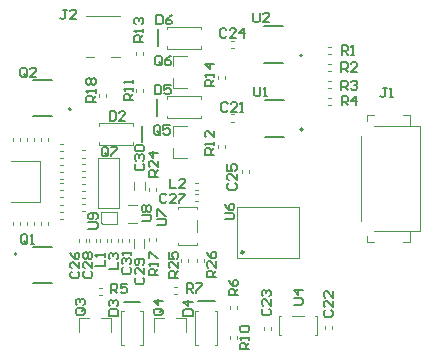
<source format=gto>
G04*
G04 #@! TF.GenerationSoftware,Altium Limited,Altium Designer,21.6.4 (81)*
G04*
G04 Layer_Color=65535*
%FSLAX25Y25*%
%MOIN*%
G70*
G04*
G04 #@! TF.SameCoordinates,C1900F0A-900D-499D-9597-BB550FD85569*
G04*
G04*
G04 #@! TF.FilePolarity,Positive*
G04*
G01*
G75*
%ADD10C,0.00984*%
%ADD11C,0.00787*%
%ADD12C,0.00394*%
%ADD13C,0.00500*%
D10*
X78741Y35438D02*
G03*
X78741Y35438I-394J0D01*
G01*
D11*
X98229Y101088D02*
G03*
X98229Y101088I-394J0D01*
G01*
X98426Y76383D02*
G03*
X98426Y76383I-394J0D01*
G01*
X21162Y83174D02*
G03*
X21162Y83174I-394J0D01*
G01*
X3151Y34946D02*
G03*
X3151Y34946I-394J0D01*
G01*
X50099Y104237D02*
Y109749D01*
X50001Y81009D02*
Y86521D01*
X63584Y19099D02*
X69095D01*
X38731Y18952D02*
X44243D01*
X44981Y72151D02*
Y77662D01*
X33531Y67952D02*
Y70051D01*
X33007Y70575D01*
X31957D01*
X31432Y70051D01*
Y67952D01*
X31957Y67427D01*
X33007D01*
X32482Y68476D02*
X33531Y67427D01*
X33007D02*
X33531Y67952D01*
X34581Y70575D02*
X36680D01*
Y70051D01*
X34581Y67952D01*
Y67427D01*
X111386Y101383D02*
Y104532D01*
X112961D01*
X113485Y104007D01*
Y102958D01*
X112961Y102433D01*
X111386D01*
X112436D02*
X113485Y101383D01*
X114535D02*
X115584D01*
X115059D01*
Y104532D01*
X114535Y104007D01*
X111354Y89572D02*
Y92721D01*
X112928D01*
X113453Y92196D01*
Y91147D01*
X112928Y90622D01*
X111354D01*
X112403D02*
X113453Y89572D01*
X114502Y92196D02*
X115027Y92721D01*
X116076D01*
X116601Y92196D01*
Y91672D01*
X116076Y91147D01*
X115552D01*
X116076D01*
X116601Y90622D01*
Y90097D01*
X116076Y89572D01*
X115027D01*
X114502Y90097D01*
X111354Y95576D02*
Y98725D01*
X112928D01*
X113453Y98200D01*
Y97151D01*
X112928Y96626D01*
X111354D01*
X112403D02*
X113453Y95576D01*
X116601D02*
X114502D01*
X116601Y97675D01*
Y98200D01*
X116076Y98725D01*
X115027D01*
X114502Y98200D01*
X111452Y84454D02*
Y87603D01*
X113026D01*
X113551Y87078D01*
Y86029D01*
X113026Y85504D01*
X111452D01*
X112502D02*
X113551Y84454D01*
X116175D02*
Y87603D01*
X114601Y86029D01*
X116700D01*
X19752Y116343D02*
X18702D01*
X19227D01*
Y113719D01*
X18702Y113194D01*
X18178D01*
X17653Y113719D01*
X22900Y113194D02*
X20801D01*
X22900Y115294D01*
Y115818D01*
X22376Y116343D01*
X21326D01*
X20801Y115818D01*
X26998Y43299D02*
X29622D01*
X30147Y43824D01*
Y44873D01*
X29622Y45398D01*
X26998D01*
X29622Y46448D02*
X30147Y46972D01*
Y48022D01*
X29622Y48547D01*
X27523D01*
X26998Y48022D01*
Y46972D01*
X27523Y46448D01*
X28047D01*
X28572Y46972D01*
Y48547D01*
X44785Y45905D02*
X47409D01*
X47934Y46429D01*
Y47479D01*
X47409Y48004D01*
X44785D01*
X45310Y49053D02*
X44785Y49578D01*
Y50628D01*
X45310Y51152D01*
X45834D01*
X46359Y50628D01*
X46884Y51152D01*
X47409D01*
X47934Y50628D01*
Y49578D01*
X47409Y49053D01*
X46884D01*
X46359Y49578D01*
X45834Y49053D01*
X45310D01*
X46359Y49578D02*
Y50628D01*
X49805Y44527D02*
X52428D01*
X52953Y45052D01*
Y46101D01*
X52428Y46626D01*
X49805D01*
Y47675D02*
Y49774D01*
X50329D01*
X52428Y47675D01*
X52953D01*
X72442Y46397D02*
X75066D01*
X75591Y46922D01*
Y47971D01*
X75066Y48496D01*
X72442D01*
Y51644D02*
X72967Y50595D01*
X74017Y49545D01*
X75066D01*
X75591Y50070D01*
Y51120D01*
X75066Y51644D01*
X74541D01*
X74017Y51120D01*
Y49545D01*
X82023Y115260D02*
Y112636D01*
X82548Y112112D01*
X83597D01*
X84122Y112636D01*
Y115260D01*
X87270Y112112D02*
X85171D01*
X87270Y114211D01*
Y114736D01*
X86746Y115260D01*
X85696D01*
X85171Y114736D01*
X95376Y18050D02*
X97999D01*
X98524Y18575D01*
Y19625D01*
X97999Y20150D01*
X95376D01*
X98524Y22773D02*
X95376D01*
X96950Y21199D01*
Y23298D01*
X82252Y90556D02*
Y87932D01*
X82777Y87407D01*
X83827D01*
X84351Y87932D01*
Y90556D01*
X85401Y87407D02*
X86450D01*
X85926D01*
Y90556D01*
X85401Y90031D01*
X69587Y27204D02*
X66439D01*
Y28779D01*
X66963Y29304D01*
X68013D01*
X68537Y28779D01*
Y27204D01*
Y28254D02*
X69587Y29304D01*
Y32452D02*
Y30353D01*
X67488Y32452D01*
X66963D01*
X66439Y31927D01*
Y30878D01*
X66963Y30353D01*
X66439Y35601D02*
X66963Y34551D01*
X68013Y33502D01*
X69062D01*
X69587Y34026D01*
Y35076D01*
X69062Y35601D01*
X68537D01*
X68013Y35076D01*
Y33502D01*
X56989Y27008D02*
X53840D01*
Y28582D01*
X54365Y29107D01*
X55414D01*
X55939Y28582D01*
Y27008D01*
Y28057D02*
X56989Y29107D01*
Y32255D02*
Y30156D01*
X54890Y32255D01*
X54365D01*
X53840Y31730D01*
Y30681D01*
X54365Y30156D01*
X53840Y35404D02*
Y33305D01*
X55414D01*
X54890Y34354D01*
Y34879D01*
X55414Y35404D01*
X56464D01*
X56989Y34879D01*
Y33830D01*
X56464Y33305D01*
X50197Y60669D02*
X47049D01*
Y62243D01*
X47574Y62768D01*
X48623D01*
X49148Y62243D01*
Y60669D01*
Y61719D02*
X50197Y62768D01*
Y65917D02*
Y63818D01*
X48098Y65917D01*
X47574D01*
X47049Y65392D01*
Y64342D01*
X47574Y63818D01*
X50197Y68541D02*
X47049D01*
X48623Y66966D01*
Y69065D01*
X29430Y85538D02*
X26281D01*
Y87112D01*
X26806Y87637D01*
X27855D01*
X28380Y87112D01*
Y85538D01*
Y86587D02*
X29430Y87637D01*
Y88686D02*
Y89736D01*
Y89211D01*
X26281D01*
X26806Y88686D01*
Y91310D02*
X26281Y91835D01*
Y92884D01*
X26806Y93409D01*
X27330D01*
X27855Y92884D01*
X28380Y93409D01*
X28905D01*
X29430Y92884D01*
Y91835D01*
X28905Y91310D01*
X28380D01*
X27855Y91835D01*
X27330Y91310D01*
X26806D01*
X27855Y91835D02*
Y92884D01*
X50296Y27762D02*
X47147D01*
Y29336D01*
X47672Y29861D01*
X48721D01*
X49246Y29336D01*
Y27762D01*
Y28812D02*
X50296Y29861D01*
Y30911D02*
Y31960D01*
Y31435D01*
X47147D01*
X47672Y30911D01*
X47147Y33535D02*
Y35634D01*
X47672D01*
X49771Y33535D01*
X50296D01*
X68997Y90754D02*
X65848D01*
Y92329D01*
X66373Y92853D01*
X67422D01*
X67947Y92329D01*
Y90754D01*
Y91804D02*
X68997Y92853D01*
Y93903D02*
Y94952D01*
Y94428D01*
X65848D01*
X66373Y93903D01*
X68997Y98101D02*
X65848D01*
X67422Y96527D01*
Y98626D01*
X45375Y105715D02*
X42226D01*
Y107289D01*
X42751Y107814D01*
X43800D01*
X44325Y107289D01*
Y105715D01*
Y106764D02*
X45375Y107814D01*
Y108863D02*
Y109913D01*
Y109388D01*
X42226D01*
X42751Y108863D01*
Y111487D02*
X42226Y112012D01*
Y113062D01*
X42751Y113586D01*
X43275D01*
X43800Y113062D01*
Y112537D01*
Y113062D01*
X44325Y113586D01*
X44850D01*
X45375Y113062D01*
Y112012D01*
X44850Y111487D01*
X68898Y68018D02*
X65750D01*
Y69592D01*
X66274Y70117D01*
X67324D01*
X67849Y69592D01*
Y68018D01*
Y69068D02*
X68898Y70117D01*
Y71167D02*
Y72216D01*
Y71691D01*
X65750D01*
X66274Y71167D01*
X68898Y75889D02*
Y73790D01*
X66799Y75889D01*
X66274D01*
X65750Y75365D01*
Y74315D01*
X66274Y73790D01*
X41930Y86063D02*
X38781D01*
Y87637D01*
X39306Y88161D01*
X40355D01*
X40880Y87637D01*
Y86063D01*
Y87112D02*
X41930Y88161D01*
Y89211D02*
Y90261D01*
Y89736D01*
X38781D01*
X39306Y89211D01*
X41930Y91835D02*
Y92884D01*
Y92360D01*
X38781D01*
X39306Y91835D01*
X80592Y3137D02*
X77443D01*
Y4711D01*
X77968Y5236D01*
X79018D01*
X79542Y4711D01*
Y3137D01*
Y4186D02*
X80592Y5236D01*
Y6285D02*
Y7335D01*
Y6810D01*
X77443D01*
X77968Y6285D01*
Y8909D02*
X77443Y9434D01*
Y10484D01*
X77968Y11008D01*
X80067D01*
X80592Y10484D01*
Y9434D01*
X80067Y8909D01*
X77968D01*
X59779Y22053D02*
Y25201D01*
X61353D01*
X61878Y24677D01*
Y23627D01*
X61353Y23102D01*
X59779D01*
X60828D02*
X61878Y22053D01*
X62927Y25201D02*
X65026D01*
Y24677D01*
X62927Y22578D01*
Y22053D01*
X76871Y21102D02*
X73722D01*
Y22676D01*
X74247Y23201D01*
X75296D01*
X75821Y22676D01*
Y21102D01*
Y22151D02*
X76871Y23201D01*
X73722Y26349D02*
X74247Y25300D01*
X75296Y24250D01*
X76346D01*
X76871Y24775D01*
Y25824D01*
X76346Y26349D01*
X75821D01*
X75296Y25824D01*
Y24250D01*
X34582Y21856D02*
Y25004D01*
X36156D01*
X36681Y24480D01*
Y23430D01*
X36156Y22905D01*
X34582D01*
X35631D02*
X36681Y21856D01*
X39829Y25004D02*
X37731D01*
Y23430D01*
X38780Y23955D01*
X39305D01*
X39829Y23430D01*
Y22381D01*
X39305Y21856D01*
X38255D01*
X37731Y22381D01*
X51445Y98365D02*
Y100464D01*
X50920Y100989D01*
X49870D01*
X49346Y100464D01*
Y98365D01*
X49870Y97840D01*
X50920D01*
X50395Y98890D02*
X51445Y97840D01*
X50920D02*
X51445Y98365D01*
X54593Y100989D02*
X53544Y100464D01*
X52494Y99414D01*
Y98365D01*
X53019Y97840D01*
X54068D01*
X54593Y98365D01*
Y98890D01*
X54068Y99414D01*
X52494D01*
X50953Y75235D02*
Y77334D01*
X50428Y77859D01*
X49378D01*
X48853Y77334D01*
Y75235D01*
X49378Y74710D01*
X50428D01*
X49903Y75760D02*
X50953Y74710D01*
X50428D02*
X50953Y75235D01*
X54101Y77859D02*
X52002D01*
Y76284D01*
X53052Y76809D01*
X53576D01*
X54101Y76284D01*
Y75235D01*
X53576Y74710D01*
X52527D01*
X52002Y75235D01*
X51346Y16705D02*
X49247D01*
X48722Y16180D01*
Y15130D01*
X49247Y14605D01*
X51346D01*
X51871Y15130D01*
Y16180D01*
X50821Y15655D02*
X51871Y16705D01*
Y16180D02*
X51346Y16705D01*
X51871Y19328D02*
X48722D01*
X50296Y17754D01*
Y19853D01*
X25361Y16803D02*
X23262D01*
X22738Y16278D01*
Y15229D01*
X23262Y14704D01*
X25361D01*
X25886Y15229D01*
Y16278D01*
X24837Y15754D02*
X25886Y16803D01*
Y16278D02*
X25361Y16803D01*
X23262Y17853D02*
X22738Y18377D01*
Y19427D01*
X23262Y19952D01*
X23787D01*
X24312Y19427D01*
Y18902D01*
Y19427D01*
X24837Y19952D01*
X25361D01*
X25886Y19427D01*
Y18377D01*
X25361Y17853D01*
X6464Y94428D02*
Y96527D01*
X5940Y97052D01*
X4890D01*
X4365Y96527D01*
Y94428D01*
X4890Y93903D01*
X5940D01*
X5415Y94953D02*
X6464Y93903D01*
X5940D02*
X6464Y94428D01*
X9613Y93903D02*
X7514D01*
X9613Y96002D01*
Y96527D01*
X9088Y97052D01*
X8039D01*
X7514Y96527D01*
X6694Y38818D02*
Y40917D01*
X6169Y41441D01*
X5120D01*
X4595Y40917D01*
Y38818D01*
X5120Y38293D01*
X6169D01*
X5644Y39342D02*
X6694Y38293D01*
X6169D02*
X6694Y38818D01*
X7743Y38293D02*
X8793D01*
X8268D01*
Y41441D01*
X7743Y40917D01*
X33761Y29960D02*
X36910D01*
Y32059D01*
X34286Y33108D02*
X33761Y33633D01*
Y34683D01*
X34286Y35208D01*
X34811D01*
X35336Y34683D01*
Y34158D01*
Y34683D01*
X35860Y35208D01*
X36385D01*
X36910Y34683D01*
Y33633D01*
X36385Y33108D01*
X54070Y59945D02*
Y56797D01*
X56169D01*
X59318D02*
X57219D01*
X59318Y58896D01*
Y59421D01*
X58793Y59945D01*
X57743D01*
X57219Y59421D01*
X29332Y30878D02*
X32481D01*
Y32977D01*
Y34027D02*
Y35076D01*
Y34552D01*
X29332D01*
X29857Y34027D01*
X126378Y90255D02*
X125328D01*
X125853D01*
Y87632D01*
X125328Y87107D01*
X124804D01*
X124279Y87632D01*
X127427Y87107D02*
X128477D01*
X127952D01*
Y90255D01*
X127427Y89731D01*
X49641Y114571D02*
Y111423D01*
X51215D01*
X51740Y111948D01*
Y114047D01*
X51215Y114571D01*
X49641D01*
X54889D02*
X53839Y114047D01*
X52789Y112997D01*
Y111948D01*
X53314Y111423D01*
X54364D01*
X54889Y111948D01*
Y112472D01*
X54364Y112997D01*
X52789D01*
X49149Y91245D02*
Y88096D01*
X50723D01*
X51248Y88621D01*
Y90720D01*
X50723Y91245D01*
X49149D01*
X54396D02*
X52297D01*
Y89670D01*
X53347Y90195D01*
X53872D01*
X54396Y89670D01*
Y88621D01*
X53872Y88096D01*
X52822D01*
X52297Y88621D01*
X58565Y14310D02*
X61713D01*
Y15885D01*
X61188Y16409D01*
X59089D01*
X58565Y15885D01*
Y14310D01*
X61713Y19033D02*
X58565D01*
X60139Y17459D01*
Y19558D01*
X33761Y14310D02*
X36910D01*
Y15885D01*
X36385Y16409D01*
X34286D01*
X33761Y15885D01*
Y14310D01*
X34286Y17459D02*
X33761Y17984D01*
Y19033D01*
X34286Y19558D01*
X34811D01*
X35336Y19033D01*
Y18508D01*
Y19033D01*
X35860Y19558D01*
X36385D01*
X36910Y19033D01*
Y17984D01*
X36385Y17459D01*
X34090Y82485D02*
Y79336D01*
X35664D01*
X36189Y79861D01*
Y81960D01*
X35664Y82485D01*
X34090D01*
X39337Y79336D02*
X37238D01*
X39337Y81435D01*
Y81960D01*
X38813Y82485D01*
X37763D01*
X37238Y81960D01*
X38617Y30419D02*
X38092Y29894D01*
Y28844D01*
X38617Y28320D01*
X40716D01*
X41241Y28844D01*
Y29894D01*
X40716Y30419D01*
X38617Y31468D02*
X38092Y31993D01*
Y33043D01*
X38617Y33567D01*
X39142D01*
X39666Y33043D01*
Y32518D01*
Y33043D01*
X40191Y33567D01*
X40716D01*
X41241Y33043D01*
Y31993D01*
X40716Y31468D01*
X41241Y34617D02*
Y35666D01*
Y35142D01*
X38092D01*
X38617Y34617D01*
X42948Y64933D02*
X42423Y64409D01*
Y63359D01*
X42948Y62834D01*
X45047D01*
X45571Y63359D01*
Y64409D01*
X45047Y64933D01*
X42948Y65983D02*
X42423Y66508D01*
Y67557D01*
X42948Y68082D01*
X43472D01*
X43997Y67557D01*
Y67032D01*
Y67557D01*
X44522Y68082D01*
X45047D01*
X45571Y67557D01*
Y66508D01*
X45047Y65983D01*
X42948Y69132D02*
X42423Y69656D01*
Y70706D01*
X42948Y71231D01*
X45047D01*
X45571Y70706D01*
Y69656D01*
X45047Y69132D01*
X42948D01*
Y27040D02*
X42423Y26515D01*
Y25466D01*
X42948Y24941D01*
X45047D01*
X45571Y25466D01*
Y26515D01*
X45047Y27040D01*
X45571Y30188D02*
Y28089D01*
X43472Y30188D01*
X42948D01*
X42423Y29664D01*
Y28614D01*
X42948Y28089D01*
X45047Y31238D02*
X45571Y31763D01*
Y32812D01*
X45047Y33337D01*
X42948D01*
X42423Y32812D01*
Y31763D01*
X42948Y31238D01*
X43472D01*
X43997Y31763D01*
Y33337D01*
X25723Y29107D02*
X25198Y28582D01*
Y27532D01*
X25723Y27008D01*
X27822D01*
X28347Y27532D01*
Y28582D01*
X27822Y29107D01*
X28347Y32255D02*
Y30156D01*
X26248Y32255D01*
X25723D01*
X25198Y31730D01*
Y30681D01*
X25723Y30156D01*
Y33305D02*
X25198Y33830D01*
Y34879D01*
X25723Y35404D01*
X26248D01*
X26773Y34879D01*
X27297Y35404D01*
X27822D01*
X28347Y34879D01*
Y33830D01*
X27822Y33305D01*
X27297D01*
X26773Y33830D01*
X26248Y33305D01*
X25723D01*
X26773Y33830D02*
Y34879D01*
X53020Y54499D02*
X52495Y55024D01*
X51446D01*
X50921Y54499D01*
Y52400D01*
X51446Y51876D01*
X52495D01*
X53020Y52400D01*
X56169Y51876D02*
X54070D01*
X56169Y53975D01*
Y54499D01*
X55644Y55024D01*
X54594D01*
X54070Y54499D01*
X57218Y55024D02*
X59317D01*
Y54499D01*
X57218Y52400D01*
Y51876D01*
X21392Y29008D02*
X20868Y28484D01*
Y27434D01*
X21392Y26909D01*
X23491D01*
X24016Y27434D01*
Y28484D01*
X23491Y29008D01*
X24016Y32157D02*
Y30058D01*
X21917Y32157D01*
X21392D01*
X20868Y31632D01*
Y30582D01*
X21392Y30058D01*
X20868Y35305D02*
X21392Y34256D01*
X22442Y33206D01*
X23491D01*
X24016Y33731D01*
Y34781D01*
X23491Y35305D01*
X22967D01*
X22442Y34781D01*
Y33206D01*
X73853Y58437D02*
X73328Y57913D01*
Y56863D01*
X73853Y56338D01*
X75952D01*
X76477Y56863D01*
Y57913D01*
X75952Y58437D01*
X76477Y61586D02*
Y59487D01*
X74378Y61586D01*
X73853D01*
X73328Y61061D01*
Y60012D01*
X73853Y59487D01*
X73328Y64735D02*
Y62635D01*
X74902D01*
X74378Y63685D01*
Y64210D01*
X74902Y64735D01*
X75952D01*
X76477Y64210D01*
Y63160D01*
X75952Y62635D01*
X73000Y109617D02*
X72476Y110142D01*
X71426D01*
X70901Y109617D01*
Y107518D01*
X71426Y106994D01*
X72476D01*
X73000Y107518D01*
X76149Y106994D02*
X74050D01*
X76149Y109093D01*
Y109617D01*
X75624Y110142D01*
X74575D01*
X74050Y109617D01*
X78773Y106994D02*
Y110142D01*
X77198Y108568D01*
X79298D01*
X85270Y16607D02*
X84746Y16082D01*
Y15032D01*
X85270Y14508D01*
X87369D01*
X87894Y15032D01*
Y16082D01*
X87369Y16607D01*
X87894Y19755D02*
Y17656D01*
X85795Y19755D01*
X85270D01*
X84746Y19230D01*
Y18181D01*
X85270Y17656D01*
Y20805D02*
X84746Y21330D01*
Y22379D01*
X85270Y22904D01*
X85795D01*
X86320Y22379D01*
Y21854D01*
Y22379D01*
X86845Y22904D01*
X87369D01*
X87894Y22379D01*
Y21330D01*
X87369Y20805D01*
X105940Y16115D02*
X105415Y15590D01*
Y14540D01*
X105940Y14016D01*
X108039D01*
X108563Y14540D01*
Y15590D01*
X108039Y16115D01*
X108563Y19263D02*
Y17164D01*
X106464Y19263D01*
X105940D01*
X105415Y18738D01*
Y17689D01*
X105940Y17164D01*
X108563Y22412D02*
Y20313D01*
X106464Y22412D01*
X105940D01*
X105415Y21887D01*
Y20837D01*
X105940Y20313D01*
X73427Y84913D02*
X72902Y85438D01*
X71852D01*
X71328Y84913D01*
Y82814D01*
X71852Y82289D01*
X72902D01*
X73427Y82814D01*
X76575Y82289D02*
X74476D01*
X76575Y84388D01*
Y84913D01*
X76051Y85438D01*
X75001D01*
X74476Y84913D01*
X77625Y82289D02*
X78674D01*
X78150D01*
Y85438D01*
X77625Y84913D01*
D12*
X31103Y45576D02*
X31694Y44985D01*
X31103Y45576D02*
Y48922D01*
X36615D01*
Y44985D02*
Y48922D01*
X31694Y44985D02*
X36615D01*
X40099Y51186D02*
X43249D01*
X40099Y45084D02*
X43249D01*
X56891Y37899D02*
X63288D01*
X56891Y50497D02*
X63288D01*
Y49907D02*
Y50497D01*
Y42328D02*
Y46068D01*
Y37899D02*
Y38588D01*
X56891Y37899D02*
Y38588D01*
Y49907D02*
Y50497D01*
X76477Y33470D02*
Y50399D01*
Y33470D02*
X97245D01*
Y50399D01*
X76477D02*
X97245D01*
X103151Y7879D02*
Y14277D01*
X90552Y7879D02*
Y14277D01*
X91143D01*
X94981D02*
X98721D01*
X102462D02*
X103151D01*
X102462Y7879D02*
X103151D01*
X90552D02*
X91143D01*
X63190Y32387D02*
Y33371D01*
X65552Y32387D02*
Y33371D01*
X60237Y32288D02*
Y33273D01*
X57875Y32288D02*
Y33273D01*
X49509Y55812D02*
Y56796D01*
X47147Y55812D02*
Y56796D01*
X24918Y53671D02*
X25903D01*
X24918Y56033D02*
X25903D01*
X24903Y49218D02*
X25887D01*
X24903Y51580D02*
X25887D01*
X24918Y58125D02*
X25903D01*
X24918Y60487D02*
X25903D01*
X24903Y67032D02*
X25887D01*
X24903Y69395D02*
X25887D01*
X24918Y62579D02*
X25903D01*
X24918Y64941D02*
X25903D01*
X30611Y87308D02*
Y88292D01*
X32973Y87308D02*
Y88292D01*
X47147Y39277D02*
Y40261D01*
X49509Y39277D02*
Y40261D01*
X72442Y93214D02*
Y94198D01*
X70080Y93214D02*
Y94198D01*
X42717Y101285D02*
Y102269D01*
X45080Y101285D02*
Y102269D01*
X72442Y70379D02*
Y71363D01*
X70080Y70379D02*
Y71363D01*
X42816Y88784D02*
Y89769D01*
X45178Y88784D02*
Y89769D01*
X74214Y6698D02*
Y7682D01*
X76576Y6698D02*
Y7682D01*
X55513Y23922D02*
X56497D01*
X55513Y21560D02*
X56497D01*
X76576Y16639D02*
Y17623D01*
X74214Y16639D02*
Y17623D01*
X30513Y23627D02*
X31497D01*
X30513Y21265D02*
X31497D01*
X106792Y90195D02*
X107777D01*
X106792Y92557D02*
X107777D01*
X106792Y101678D02*
X107777D01*
X106792Y104040D02*
X107777D01*
X106792Y84454D02*
X107777D01*
X106792Y86816D02*
X107777D01*
X106792Y95937D02*
X107777D01*
X106792Y98299D02*
X107777D01*
X30316Y50103D02*
X37206D01*
X30316Y66737D02*
X37206D01*
X30316Y50103D02*
Y66737D01*
X37206Y50103D02*
Y66737D01*
X55316Y90162D02*
Y93410D01*
Y97544D02*
Y100792D01*
X59942D01*
X55316Y90162D02*
X59942D01*
X55217Y66836D02*
Y70084D01*
Y74217D02*
Y77466D01*
X59843D01*
X55217Y66836D02*
X59843D01*
X48820Y13588D02*
X52068D01*
X56202D02*
X59450D01*
Y8962D02*
Y13588D01*
X48820Y8962D02*
Y13588D01*
X23820Y13489D02*
X27068D01*
X31202D02*
X34450D01*
Y8863D02*
Y13489D01*
X23820Y8863D02*
Y13489D01*
X36910Y38981D02*
Y39966D01*
X34548Y38981D02*
Y39966D01*
X62501Y56206D02*
X63485D01*
X62501Y58568D02*
X63485D01*
X33269Y38981D02*
Y39966D01*
X30907Y38981D02*
Y39966D01*
X29036Y114277D02*
X37501D01*
X26084D02*
X29036D01*
X34548Y100497D02*
X37501D01*
X26084D02*
X29036D01*
X117815Y45768D02*
Y74114D01*
X122146Y42618D02*
X137598D01*
Y77461D01*
X122146D02*
X137598D01*
X131890Y38878D02*
X134055D01*
Y42618D01*
X119882Y38878D02*
X122047D01*
X119882D02*
Y40945D01*
Y79134D02*
Y81201D01*
X122047D01*
X134055Y77461D02*
Y81201D01*
X131890D02*
X134055D01*
X53151Y103351D02*
Y104237D01*
Y109749D02*
Y110635D01*
X64568Y109749D02*
Y110635D01*
Y103351D02*
Y104237D01*
X53151Y110635D02*
X64568D01*
X53151Y103351D02*
X64568D01*
X53052Y80123D02*
Y81009D01*
Y86521D02*
Y87406D01*
X64469Y86521D02*
Y87406D01*
Y80123D02*
Y81009D01*
X53052Y87406D02*
X64469D01*
X53052Y80123D02*
X64469D01*
X62698Y16048D02*
X63584D01*
X69095D02*
X69981D01*
X69095Y4631D02*
X69981D01*
X62698D02*
X63584D01*
X69981D02*
Y16048D01*
X62698Y4631D02*
Y16048D01*
X37845Y15901D02*
X38731D01*
X44243D02*
X45129D01*
X44243Y4483D02*
X45129D01*
X37845D02*
X38731D01*
X45129D02*
Y15901D01*
X37845Y4483D02*
Y15901D01*
X41930Y77662D02*
Y78548D01*
Y71265D02*
Y72151D01*
X30513Y71265D02*
Y72151D01*
Y77662D02*
Y78548D01*
Y71265D02*
X41930D01*
X30513Y78548D02*
X41930D01*
X1162Y65891D02*
X11005D01*
Y52308D02*
Y65891D01*
X1162Y52308D02*
X11005D01*
X38190Y38981D02*
Y39966D01*
X40552Y38981D02*
Y39966D01*
X42186Y56225D02*
Y58981D01*
X45729Y56225D02*
Y58981D01*
X42127Y37013D02*
Y39769D01*
X45670Y37013D02*
Y39769D01*
X27265Y38981D02*
Y39966D01*
X29627Y38981D02*
Y39966D01*
X62501Y54828D02*
X63485D01*
X62501Y52466D02*
X63485D01*
X23721Y38981D02*
Y39966D01*
X26084Y38981D02*
Y39966D01*
X78052Y62013D02*
Y62997D01*
X80414Y62013D02*
Y62997D01*
X74706Y103647D02*
X75690D01*
X74706Y106009D02*
X75690D01*
X85434Y9651D02*
Y10635D01*
X87796Y9651D02*
Y10635D01*
X108170Y9749D02*
Y10733D01*
X105808Y9749D02*
Y10733D01*
X74607Y79040D02*
X75591D01*
X74607Y81403D02*
X75591D01*
X8958Y72560D02*
Y73544D01*
X11320Y72560D02*
Y73544D01*
X11320Y72560D02*
Y73544D01*
X13682Y72560D02*
Y73544D01*
X6595Y72560D02*
Y73544D01*
X8958Y72560D02*
Y73544D01*
X1871Y72544D02*
Y73529D01*
X4233Y72544D02*
Y73529D01*
X4233Y72560D02*
Y73544D01*
X6595Y72560D02*
Y73544D01*
X17521Y62210D02*
X18505D01*
X17521Y59847D02*
X18505D01*
X17521Y64572D02*
X18505D01*
X17521Y62210D02*
X18505D01*
X17521Y71658D02*
X18505D01*
X17521Y69296D02*
X18505D01*
X17521Y66934D02*
X18505D01*
X17521Y64572D02*
X18505D01*
X17521Y69296D02*
X18505D01*
X17521Y66934D02*
X18505D01*
X17521Y53745D02*
X18505D01*
X17521Y51383D02*
X18505D01*
X17521Y49021D02*
X18505D01*
X17521Y46659D02*
X18505D01*
X17521Y51384D02*
X18505D01*
X17521Y49022D02*
X18505D01*
X17521Y56107D02*
X18505D01*
X17521Y53745D02*
X18505D01*
X17521Y58469D02*
X18505D01*
X17521Y56107D02*
X18505D01*
X6594Y44690D02*
Y45674D01*
X4232Y44690D02*
Y45674D01*
Y44690D02*
Y45674D01*
X1870Y44690D02*
Y45674D01*
X8958Y44690D02*
Y45674D01*
X6595Y44690D02*
Y45674D01*
X11320Y44690D02*
Y45674D01*
X8958Y44690D02*
Y45674D01*
X13682Y44690D02*
Y45674D01*
X11320Y44690D02*
Y45674D01*
D13*
X85631Y98686D02*
X91930D01*
X85631Y110969D02*
X91930D01*
X85828Y73981D02*
X92127D01*
X85828Y86265D02*
X92127D01*
X8564Y80773D02*
X14863D01*
X8564Y93056D02*
X14863D01*
X8662Y37347D02*
X14962D01*
X8662Y25064D02*
X14962D01*
M02*

</source>
